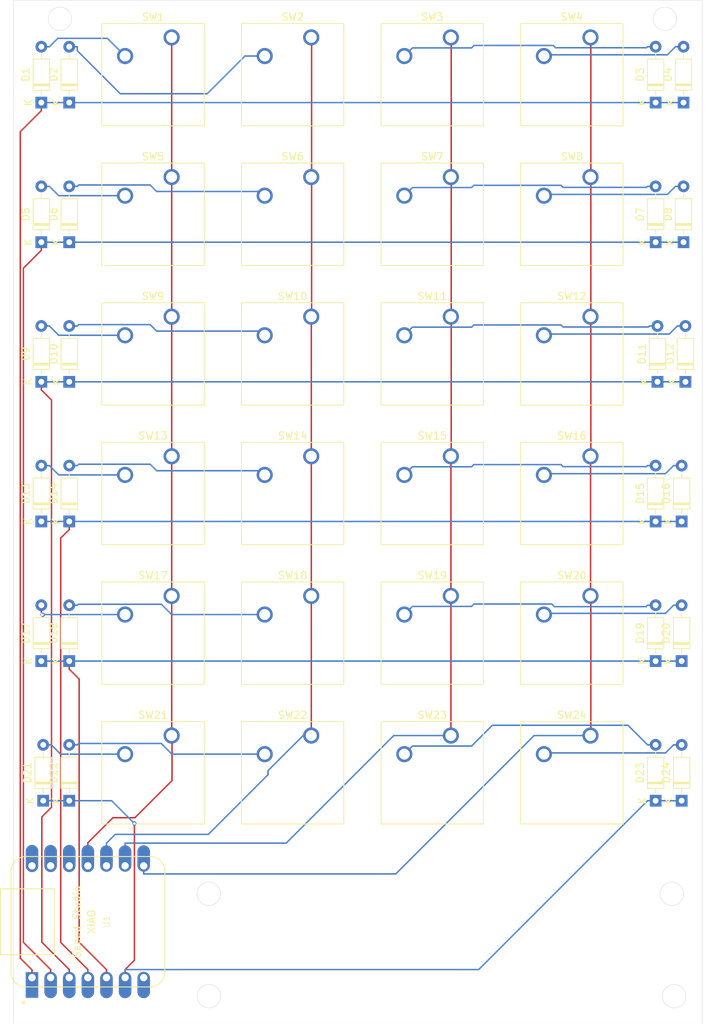
<source format=kicad_pcb>
(kicad_pcb (version 20240108) (generator "pcbnew") (generator_version "8.0")
  (layers (0 "F.Cu" signal) (31 "B.Cu" signal) (34 "B.Paste" user) (35 "F.Paste" user) (36 "B.SilkS" user "B.Silkscreen") (37 "F.SilkS" user "F.Silkscreen") (38 "B.Mask" user) (39 "F.Mask" user) (44 "Edge.Cuts" user))
  (net 0 "")
  (net 1 "Net-(D1-K)")
  (net 2 "Net-(D1-A)")
  (net 3 "Net-(D2-A)")
  (net 4 "Net-(D3-A)")
  (net 5 "Net-(D4-A)")
  (net 6 "Net-(D5-A)")
  (net 7 "Net-(D5-K)")
  (net 8 "Net-(D6-A)")
  (net 9 "Net-(D7-A)")
  (net 10 "Net-(D8-A)")
  (net 11 "Net-(D9-A)")
  (net 12 "Net-(D10-K)")
  (net 13 "Net-(D10-A)")
  (net 14 "Net-(D11-A)")
  (net 15 "Net-(D12-A)")
  (net 16 "Net-(D13-K)")
  (net 17 "Net-(D13-A)")
  (net 18 "Net-(D14-A)")
  (net 19 "Net-(D15-A)")
  (net 20 "Net-(D16-A)")
  (net 21 "Net-(D17-A)")
  (net 22 "Net-(D17-K)")
  (net 23 "Net-(D18-A)")
  (net 24 "Net-(D19-A)")
  (net 25 "Net-(D20-A)")
  (net 26 "Net-(D21-K)")
  (net 27 "Net-(D21-A)")
  (net 28 "Net-(D22-A)")
  (net 29 "Net-(D23-A)")
  (net 30 "Net-(D24-A)")
  (net 31 "Net-(U1-PA6_A10_D10_MOSI)")
  (net 32 "Net-(U1-PA5_A9_D9_MISO)")
  (net 33 "Net-(U1-PA7_A8_D8_SCK)")
  (net 34 "Net-(U1-PB09_A7_D7_RX)")
  (net 36 "GND")
  (footprint "Button_Switch_Keyboard:SW_Cherry_MX_1.00u_PCB" (layer "F.Cu") (at 185.42 66.04)
    (property "Reference" "SW12")
    (property "Value" "SW_Push")
  )
  (footprint "Button_Switch_Keyboard:SW_Cherry_MX_1.00u_PCB" (layer "F.Cu") (at 185.42 46.99)
    (property "Reference" "SW8")
    (property "Value" "SW_Push")
  )
  (footprint "Diode_THT:D_DO-35_SOD27_P7.62mm_Horizontal" (layer "F.Cu") (at 194.31 93.98 90)
    (property "Reference" "D15")
    (property "Value" "1N4148")
  )
  (footprint "Button_Switch_Keyboard:SW_Cherry_MX_1.00u_PCB" (layer "F.Cu") (at 147.32 104.14)
    (property "Reference" "SW18")
    (property "Value" "SW_Push")
  )
  (footprint "Diode_THT:D_DO-35_SOD27_P7.62mm_Horizontal" (layer "F.Cu") (at 114.3 93.98 90)
    (property "Reference" "D14")
    (property "Value" "1N4148")
  )
  (footprint "Diode_THT:D_DO-35_SOD27_P7.62mm_Horizontal" (layer "F.Cu") (at 114.3 132.08 90)
    (property "Reference" "D22")
    (property "Value" "1N4148")
  )
  (footprint "Diode_THT:D_DO-35_SOD27_P7.62mm_Horizontal" (layer "F.Cu") (at 114.3 55.88 90)
    (property "Reference" "D6")
    (property "Value" "1N4148")
  )
  (footprint "Button_Switch_Keyboard:SW_Cherry_MX_1.00u_PCB" (layer "F.Cu") (at 128.27 66.04)
    (property "Reference" "SW9")
    (property "Value" "SW_Push")
  )
  (footprint "Button_Switch_Keyboard:SW_Cherry_MX_1.00u_PCB" (layer "F.Cu") (at 147.32 123.19)
    (property "Reference" "SW22")
    (property "Value" "SW_Push")
  )
  (footprint "Button_Switch_Keyboard:SW_Cherry_MX_1.00u_PCB" (layer "F.Cu") (at 128.27 46.99)
    (property "Reference" "SW5")
    (property "Value" "SW_Push")
  )
  (footprint "Diode_THT:D_DO-35_SOD27_P7.62mm_Horizontal" (layer "F.Cu") (at 194.31 55.88 90)
    (property "Reference" "D7")
    (property "Value" "1N4148")
  )
  (footprint "Button_Switch_Keyboard:SW_Cherry_MX_1.00u_PCB" (layer "F.Cu") (at 185.42 27.94)
    (property "Reference" "SW4")
    (property "Value" "SW_Push")
  )
  (footprint "Diode_THT:D_DO-35_SOD27_P7.62mm_Horizontal" (layer "F.Cu") (at 114.3 74.93 90)
    (property "Reference" "D10")
    (property "Value" "1N4148")
  )
  (footprint "Button_Switch_Keyboard:SW_Cherry_MX_1.00u_PCB" (layer "F.Cu") (at 166.37 123.19)
    (property "Reference" "SW23")
    (property "Value" "SW_Push")
  )
  (footprint "Button_Switch_Keyboard:SW_Cherry_MX_1.00u_PCB" (layer "F.Cu") (at 166.37 66.04)
    (property "Reference" "SW11")
    (property "Value" "SW_Push")
  )
  (footprint "Button_Switch_Keyboard:SW_Cherry_MX_1.00u_PCB" (layer "F.Cu") (at 166.37 85.09)
    (property "Reference" "SW15")
    (property "Value" "SW_Push")
  )
  (footprint "Diode_THT:D_DO-35_SOD27_P7.62mm_Horizontal" (layer "F.Cu") (at 110.49 113.03 90)
    (property "Reference" "D17")
    (property "Value" "1N4148")
  )
  (footprint "Button_Switch_Keyboard:SW_Cherry_MX_1.00u_PCB" (layer "F.Cu") (at 147.32 46.99)
    (property "Reference" "SW6")
    (property "Value" "SW_Push")
  )
  (footprint "Diode_THT:D_DO-35_SOD27_P7.62mm_Horizontal" (layer "F.Cu") (at 197.86 113.03 90)
    (property "Reference" "D20")
    (property "Value" "1N4148")
  )
  (footprint "Button_Switch_Keyboard:SW_Cherry_MX_1.00u_PCB" (layer "F.Cu") (at 185.42 85.09)
    (property "Reference" "SW16")
    (property "Value" "SW_Push")
  )
  (footprint "Diode_THT:D_DO-35_SOD27_P7.62mm_Horizontal" (layer "F.Cu") (at 198.12 55.88 90)
    (property "Reference" "D8")
    (property "Value" "1N4148")
  )
  (footprint "Diode_THT:D_DO-35_SOD27_P7.62mm_Horizontal" (layer "F.Cu") (at 110.49 55.88 90)
    (property "Reference" "D5")
    (property "Value" "1N4148")
  )
  (footprint "Diode_THT:D_DO-35_SOD27_P7.62mm_Horizontal" (layer "F.Cu") (at 194.5661 74.93 90)
    (property "Reference" "D11")
    (property "Value" "1N4148")
  )
  (footprint "Button_Switch_Keyboard:SW_Cherry_MX_1.00u_PCB" (layer "F.Cu") (at 185.42 123.19)
    (property "Reference" "SW24")
    (property "Value" "SW_Push")
  )
  (footprint "Diode_THT:D_DO-35_SOD27_P7.62mm_Horizontal" (layer "F.Cu") (at 197.86 132.08 90)
    (property "Reference" "D24")
    (property "Value" "1N4148")
  )
  (footprint "Button_Switch_Keyboard:SW_Cherry_MX_1.00u_PCB" (layer "F.Cu") (at 128.27 85.09)
    (property "Reference" "SW13")
    (property "Value" "SW_Push")
  )
  (footprint "Diode_THT:D_DO-35_SOD27_P7.62mm_Horizontal" (layer "F.Cu") (at 194.31 36.83 90)
    (property "Reference" "D3")
    (property "Value" "1N4148")
  )
  (footprint "Diode_THT:D_DO-35_SOD27_P7.62mm_Horizontal" (layer "F.Cu") (at 198.12 36.83 90)
    (property "Reference" "D4")
    (property "Value" "1N4148")
  )
  (footprint "Button_Switch_Keyboard:SW_Cherry_MX_1.00u_PCB" (layer "F.Cu") (at 185.42 104.14)
    (property "Reference" "SW20")
    (property "Value" "SW_Push")
  )
  (footprint "Button_Switch_Keyboard:SW_Cherry_MX_1.00u_PCB" (layer "F.Cu") (at 147.32 66.04)
    (property "Reference" "SW10")
    (property "Value" "SW_Push")
  )
  (footprint "Diode_THT:D_DO-35_SOD27_P7.62mm_Horizontal" (layer "F.Cu") (at 110.49 36.83 90)
    (property "Reference" "D1")
    (property "Value" "1N4148")
  )
  (footprint "Diode_THT:D_DO-35_SOD27_P7.62mm_Horizontal" (layer "F.Cu") (at 110.75 132.08 90)
    (property "Reference" "D21")
    (property "Value" "1N4148")
  )
  (footprint "Button_Switch_Keyboard:SW_Cherry_MX_1.00u_PCB" (layer "F.Cu") (at 166.37 46.99)
    (property "Reference" "SW7")
    (property "Value" "SW_Push")
  )
  (footprint "Diode_THT:D_DO-35_SOD27_P7.62mm_Horizontal" (layer "F.Cu") (at 198.3761 74.93 90)
    (property "Reference" "D12")
    (property "Value" "1N4148")
  )
  (footprint "Button_Switch_Keyboard:SW_Cherry_MX_1.00u_PCB" (layer "F.Cu") (at 147.32 27.94)
    (property "Reference" "SW2")
    (property "Value" "SW_Push")
  )
  (footprint "Button_Switch_Keyboard:SW_Cherry_MX_1.00u_PCB" (layer "F.Cu") (at 128.27 123.19)
    (property "Reference" "SW21")
    (property "Value" "SW_Push")
  )
  (footprint "Diode_THT:D_DO-35_SOD27_P7.62mm_Horizontal" (layer "F.Cu") (at 114.3 113.03 90)
    (property "Reference" "D18")
    (property "Value" "1N4148")
  )
  (footprint "Diode_THT:D_DO-35_SOD27_P7.62mm_Horizontal" (layer "F.Cu") (at 114.3 36.83 90)
    (property "Reference" "D2")
    (property "Value" "1N4148")
  )
  (footprint "footprints:XIAO-Generic-Hybrid-14P-2.54-21X17.8MM" (layer "F.Cu") (at 116.84 148.595 90)
    (property "Reference" "U1")
    (property "Value" "XIAO" (hide yes))
  )
  (footprint "Button_Switch_Keyboard:SW_Cherry_MX_1.00u_PCB" (layer "F.Cu") (at 128.27 27.94)
    (property "Reference" "SW1")
    (property "Value" "SW_Push")
  )
  (footprint "Diode_THT:D_DO-35_SOD27_P7.62mm_Horizontal" (layer "F.Cu") (at 110.49 74.93 90)
    (property "Reference" "D9")
    (property "Value" "1N4148")
  )
  (footprint "Diode_THT:D_DO-35_SOD27_P7.62mm_Horizontal" (layer "F.Cu") (at 194.31 113.03 90)
    (property "Reference" "D19")
    (property "Value" "1N4148")
  )
  (footprint "Button_Switch_Keyboard:SW_Cherry_MX_1.00u_PCB" (layer "F.Cu") (at 147.32 85.09)
    (property "Reference" "SW14")
    (property "Value" "SW_Push")
  )
  (footprint "Button_Switch_Keyboard:SW_Cherry_MX_1.00u_PCB" (layer "F.Cu") (at 128.27 104.14)
    (property "Reference" "SW17")
    (property "Value" "SW_Push")
  )
  (footprint "Button_Switch_Keyboard:SW_Cherry_MX_1.00u_PCB" (layer "F.Cu") (at 166.37 27.94)
    (property "Reference" "SW3")
    (property "Value" "SW_Push")
  )
  (footprint "Diode_THT:D_DO-35_SOD27_P7.62mm_Horizontal" (layer "F.Cu") (at 197.86 93.98 90)
    (property "Reference" "D16")
    (property "Value" "1N4148")
  )
  (footprint "Diode_THT:D_DO-35_SOD27_P7.62mm_Horizontal" (layer "F.Cu") (at 110.49 93.98 90)
    (property "Reference" "D13")
    (property "Value" "1N4148")
  )
  (footprint "Button_Switch_Keyboard:SW_Cherry_MX_1.00u_PCB" (layer "F.Cu") (at 166.37 104.14)
    (property "Reference" "SW19")
    (property "Value" "SW_Push")
  )
  (footprint "Diode_THT:D_DO-35_SOD27_P7.62mm_Horizontal" (layer "F.Cu") (at 194.31 132.08 90)
    (property "Reference" "D23")
    (property "Value" "1N4148")
  )
  (gr_line (start 106.68 22.86) (end 200.66 22.86) (stroke (width 0.05)) (layer "Edge.Cuts"))
  (gr_line (start 106.68 162.56) (end 106.68 22.86) (stroke (width 0.05)) (layer "Edge.Cuts"))
  (gr_circle (center 196.85 158.75) (end 198.45 158.75) (stroke (width 0.05)) (fill none) (layer "Edge.Cuts"))
  (gr_circle (center 133.35 158.75) (end 134.95 158.75) (stroke (width 0.05)) (fill none) (layer "Edge.Cuts"))
  (gr_circle (center 195.58 25.4) (end 197.18 25.4) (stroke (width 0.05)) (fill none) (layer "Edge.Cuts"))
  (gr_circle (center 196.52 144.78) (end 198.12 144.78) (stroke (width 0.05)) (fill none) (layer "Edge.Cuts"))
  (gr_line (start 200.66 22.86) (end 200.66 162.56) (stroke (width 0.05)) (layer "Edge.Cuts"))
  (gr_circle (center 133.35 144.78) (end 134.95 144.78) (stroke (width 0.05)) (fill none) (layer "Edge.Cuts"))
  (gr_circle (center 113.03 25.4) (end 114.63 25.4) (stroke (width 0.05)) (fill none) (layer "Edge.Cuts"))
  (gr_line (start 106.68 162.56) (end 200.66 162.56) (stroke (width 0.05)) (layer "Edge.Cuts"))
  (segment (start 109.22 155.1683) (end 107.6206 153.5689) (width 0.2) (layer "F.Cu") (net 1))
  (segment (start 107.6206 153.5689) (end 107.6206 40.8011) (width 0.2) (layer "F.Cu") (net 1))
  (segment (start 109.22 156.22) (end 109.22 155.1683) (width 0.2) (layer "F.Cu") (net 1))
  (segment (start 107.6206 40.8011) (end 110.49 37.9317) (width 0.2) (layer "F.Cu") (net 1))
  (segment (start 110.49 36.83) (end 110.49 37.9317) (width 0.2) (layer "F.Cu") (net 1))
  (segment (start 114.3 36.83) (end 193.2083 36.83) (width 0.2) (layer "B.Cu") (net 1))
  (segment (start 194.31 36.83) (end 193.2083 36.83) (width 0.2) (layer "B.Cu") (net 1))
  (segment (start 198.12 36.83) (end 194.31 36.83) (width 0.2) (layer "B.Cu") (net 1))
  (segment (start 110.49 36.83) (end 114.3 36.83) (width 0.2) (layer "B.Cu") (net 1))
  (segment (start 112.7339 28.0678) (end 119.5078 28.0678) (width 0.2) (layer "B.Cu") (net 2))
  (segment (start 119.5078 28.0678) (end 121.92 30.48) (width 0.2) (layer "B.Cu") (net 2))
  (segment (start 110.49 29.21) (end 111.5917 29.21) (width 0.2) (layer "B.Cu") (net 2))
  (segment (start 111.5917 29.21) (end 112.7339 28.0678) (width 0.2) (layer "B.Cu") (net 2))
  (segment (start 133.1272 35.6215) (end 138.2687 30.48) (width 0.2) (layer "B.Cu") (net 3))
  (segment (start 115.4017 29.7609) (end 121.2623 35.6215) (width 0.2) (layer "B.Cu") (net 3))
  (segment (start 114.3 29.21) (end 115.4017 29.21) (width 0.2) (layer "B.Cu") (net 3))
  (segment (start 121.2623 35.6215) (end 133.1272 35.6215) (width 0.2) (layer "B.Cu") (net 3))
  (segment (start 138.2687 30.48) (end 140.97 30.48) (width 0.2) (layer "B.Cu") (net 3))
  (segment (start 115.4017 29.21) (end 115.4017 29.7609) (width 0.2) (layer "B.Cu") (net 3))
  (segment (start 194.31 29.21) (end 193.2083 29.21) (width 0.2) (layer "B.Cu") (net 4))
  (segment (start 180.66 29.3493) (end 180.3482 29.0375) (width 0.2) (layer "B.Cu") (net 4))
  (segment (start 193.2083 29.21) (end 193.069 29.3493) (width 0.2) (layer "B.Cu") (net 4))
  (segment (start 161.1283 29.3717) (end 160.02 30.48) (width 0.2) (layer "B.Cu") (net 4))
  (segment (start 169.198 29.3717) (end 161.1283 29.3717) (width 0.2) (layer "B.Cu") (net 4))
  (segment (start 169.5322 29.0375) (end 169.198 29.3717) (width 0.2) (layer "B.Cu") (net 4))
  (segment (start 193.069 29.3493) (end 180.66 29.3493) (width 0.2) (layer "B.Cu") (net 4))
  (segment (start 180.3482 29.0375) (end 169.5322 29.0375) (width 0.2) (layer "B.Cu") (net 4))
  (segment (start 195.9166 30.3117) (end 179.2383 30.3117) (width 0.2) (layer "B.Cu") (net 5))
  (segment (start 179.2383 30.3117) (end 179.07 30.48) (width 0.2) (layer "B.Cu") (net 5))
  (segment (start 197.0183 29.21) (end 195.9166 30.3117) (width 0.2) (layer "B.Cu") (net 5))
  (segment (start 198.12 29.21) (end 197.0183 29.21) (width 0.2) (layer "B.Cu") (net 5))
  (segment (start 110.49 48.26) (end 111.5917 48.26) (width 0.2) (layer "B.Cu") (net 6))
  (segment (start 121.92 49.53) (end 112.8617 49.53) (width 0.2) (layer "B.Cu") (net 6))
  (segment (start 112.8617 49.53) (end 111.5917 48.26) (width 0.2) (layer "B.Cu") (net 6))
  (segment (start 110.49 55.88) (end 110.49 56.9817) (width 0.2) (layer "F.Cu") (net 7))
  (segment (start 108.0485 151.4068) (end 108.0485 59.4232) (width 0.2) (layer "F.Cu") (net 7))
  (segment (start 111.76 156.22) (end 111.76 155.1183) (width 0.2) (layer "F.Cu") (net 7))
  (segment (start 111.76 155.1183) (end 108.0485 151.4068) (width 0.2) (layer "F.Cu") (net 7))
  (segment (start 108.0485 59.4232) (end 110.49 56.9817) (width 0.2) (layer "F.Cu") (net 7))
  (segment (start 198.12 55.88) (end 194.31 55.88) (width 0.2) (layer "B.Cu") (net 7))
  (segment (start 110.49 55.88) (end 114.3 55.88) (width 0.2) (layer "B.Cu") (net 7))
  (segment (start 114.3 55.88) (end 115.4017 55.88) (width 0.2) (layer "B.Cu") (net 7))
  (segment (start 194.31 55.88) (end 115.4017 55.88) (width 0.2) (layer "B.Cu") (net 7))
  (segment (start 140.4 48.96) (end 140.97 49.53) (width 0.2) (layer "B.Cu") (net 8))
  (segment (start 126.2265 48.96) (end 140.4 48.96) (width 0.2) (layer "B.Cu") (net 8))
  (segment (start 115.5889 48.0728) (end 125.3393 48.0728) (width 0.2) (layer "B.Cu") (net 8))
  (segment (start 125.3393 48.0728) (end 126.2265 48.96) (width 0.2) (layer "B.Cu") (net 8))
  (segment (start 114.3 48.26) (end 115.4017 48.26) (width 0.2) (layer "B.Cu") (net 8))
  (segment (start 115.4017 48.26) (end 115.5889 48.0728) (width 0.2) (layer "B.Cu") (net 8))
  (segment (start 194.31 48.26) (end 193.2083 48.26) (width 0.2) (layer "B.Cu") (net 9))
  (segment (start 169.4983 48.1214) (end 169.198 48.4217) (width 0.2) (layer "B.Cu") (net 9))
  (segment (start 193.2083 48.26) (end 193.069 48.3993) (width 0.2) (layer "B.Cu") (net 9))
  (segment (start 193.069 48.3993) (end 181.6798 48.3993) (width 0.2) (layer "B.Cu") (net 9))
  (segment (start 161.1283 48.4217) (end 160.02 49.53) (width 0.2) (layer "B.Cu") (net 9))
  (segment (start 169.198 48.4217) (end 161.1283 48.4217) (width 0.2) (layer "B.Cu") (net 9))
  (segment (start 181.4019 48.1214) (end 169.4983 48.1214) (width 0.2) (layer "B.Cu") (net 9))
  (segment (start 181.6798 48.3993) (end 181.4019 48.1214) (width 0.2) (layer "B.Cu") (net 9))
  (segment (start 195.9166 49.3617) (end 179.2383 49.3617) (width 0.2) (layer "B.Cu") (net 10))
  (segment (start 197.0183 48.26) (end 195.9166 49.3617) (width 0.2) (layer "B.Cu") (net 10))
  (segment (start 179.2383 49.3617) (end 179.07 49.53) (width 0.2) (layer "B.Cu") (net 10))
  (segment (start 198.12 48.26) (end 197.0183 48.26) (width 0.2) (layer "B.Cu") (net 10))
  (segment (start 112.8617 68.58) (end 111.5917 67.31) (width 0.2) (layer "B.Cu") (net 11))
  (segment (start 110.49 67.31) (end 111.5917 67.31) (width 0.2) (layer "B.Cu") (net 11))
  (segment (start 121.92 68.58) (end 112.8617 68.58) (width 0.2) (layer "B.Cu") (net 11))
  (segment (start 110.5625 151.3808) (end 110.5625 134.2942) (width 0.2) (layer "F.Cu") (net 12))
  (segment (start 111.8796 132.9771) (end 111.8796 77.4213) (width 0.2) (layer "F.Cu") (net 12))
  (segment (start 114.3 155.1183) (end 110.5625 151.3808) (width 0.2) (layer "F.Cu") (net 12))
  (segment (start 110.49 74.93) (end 110.49 76.0317) (width 0.2) (layer "F.Cu") (net 12))
  (segment (start 110.5625 134.2942) (end 111.8796 132.9771) (width 0.2) (layer "F.Cu") (net 12))
  (segment (start 111.8796 77.4213) (end 110.49 76.0317) (width 0.2) (layer "F.Cu") (net 12))
  (segment (start 114.3 156.22) (end 114.3 155.1183) (width 0.2) (layer "F.Cu") (net 12))
  (segment (start 198.3761 74.93) (end 194.5661 74.93) (width 0.2) (layer "B.Cu") (net 12))
  (segment (start 114.3 74.93) (end 115.4017 74.93) (width 0.2) (layer "B.Cu") (net 12))
  (segment (start 194.5661 74.93) (end 115.4017 74.93) (width 0.2) (layer "B.Cu") (net 12))
  (segment (start 110.49 74.93) (end 114.3 74.93) (width 0.2) (layer "B.Cu") (net 12))
  (segment (start 126.2265 68.01) (end 140.4 68.01) (width 0.2) (layer "B.Cu") (net 13))
  (segment (start 125.3393 67.1228) (end 126.2265 68.01) (width 0.2) (layer "B.Cu") (net 13))
  (segment (start 140.4 68.01) (end 140.97 68.58) (width 0.2) (layer "B.Cu") (net 13))
  (segment (start 115.5889 67.1228) (end 125.3393 67.1228) (width 0.2) (layer "B.Cu") (net 13))
  (segment (start 114.3 67.31) (end 115.4017 67.31) (width 0.2) (layer "B.Cu") (net 13))
  (segment (start 115.4017 67.31) (end 115.5889 67.1228) (width 0.2) (layer "B.Cu") (net 13))
  (segment (start 181.6798 67.4493) (end 181.4019 67.1714) (width 0.2) (layer "B.Cu") (net 14))
  (segment (start 169.4983 67.1714) (end 169.198 67.4717) (width 0.2) (layer "B.Cu") (net 14))
  (segment (start 194.5661 67.31) (end 193.4644 67.31) (width 0.2) (layer "B.Cu") (net 14))
  (segment (start 193.4644 67.31) (end 193.3251 67.4493) (width 0.2) (layer "B.Cu") (net 14))
  (segment (start 161.1283 67.4717) (end 160.02 68.58) (width 0.2) (layer "B.Cu") (net 14))
  (segment (start 181.4019 67.1714) (end 169.4983 67.1714) (width 0.2) (layer "B.Cu") (net 14))
  (segment (start 193.3251 67.4493) (end 181.6798 67.4493) (width 0.2) (layer "B.Cu") (net 14))
  (segment (start 169.198 67.4717) (end 161.1283 67.4717) (width 0.2) (layer "B.Cu") (net 14))
  (segment (start 196.1727 68.4117) (end 179.2383 68.4117) (width 0.2) (layer "B.Cu") (net 15))
  (segment (start 198.3761 67.31) (end 197.2744 67.31) (width 0.2) (layer "B.Cu") (net 15))
  (segment (start 197.2744 67.31) (end 196.1727 68.4117) (width 0.2) (layer "B.Cu") (net 15))
  (segment (start 179.2383 68.4117) (end 179.07 68.58) (width 0.2) (layer "B.Cu") (net 15))
  (segment (start 114.3 93.98) (end 114.3 95.0817) (width 0.2) (layer "F.Cu") (net 16))
  (segment (start 113.1345 151.4128) (end 113.1345 96.2472) (width 0.2) (layer "F.Cu") (net 16))
  (segment (start 116.84 156.22) (end 116.84 155.1183) (width 0.2) (layer "F.Cu") (net 16))
  (segment (start 116.84 155.1183) (end 113.1345 151.4128) (width 0.2) (layer "F.Cu") (net 16))
  (segment (start 113.1345 96.2472) (end 114.3 95.0817) (width 0.2) (layer "F.Cu") (net 16))
  (segment (start 197.86 93.98) (end 194.31 93.98) (width 0.2) (layer "B.Cu") (net 16))
  (segment (start 114.3 93.98) (end 193.2083 93.98) (width 0.2) (layer "B.Cu") (net 16))
  (segment (start 194.31 93.98) (end 193.2083 93.98) (width 0.2) (layer "B.Cu") (net 16))
  (segment (start 110.49 93.98) (end 114.3 93.98) (width 0.2) (layer "B.Cu") (net 16))
  (segment (start 110.49 86.36) (end 111.5917 86.36) (width 0.2) (layer "B.Cu") (net 17))
  (segment (start 121.92 87.63) (end 112.8617 87.63) (width 0.2) (layer "B.Cu") (net 17))
  (segment (start 112.8617 87.63) (end 111.5917 86.36) (width 0.2) (layer "B.Cu") (net 17))
  (segment (start 114.3 86.36) (end 115.4017 86.36) (width 0.2) (layer "B.Cu") (net 18))
  (segment (start 126.2265 87.06) (end 140.4 87.06) (width 0.2) (layer "B.Cu") (net 18))
  (segment (start 115.4017 86.36) (end 115.5889 86.1728) (width 0.2) (layer "B.Cu") (net 18))
  (segment (start 140.4 87.06) (end 140.97 87.63) (width 0.2) (layer "B.Cu") (net 18))
  (segment (start 115.5889 86.1728) (end 125.3393 86.1728) (width 0.2) (layer "B.Cu") (net 18))
  (segment (start 125.3393 86.1728) (end 126.2265 87.06) (width 0.2) (layer "B.Cu") (net 18))
  (segment (start 161.1283 86.5217) (end 160.02 87.63) (width 0.2) (layer "B.Cu") (net 19))
  (segment (start 181.6798 86.4993) (end 181.4019 86.2214) (width 0.2) (layer "B.Cu") (net 19))
  (segment (start 169.198 86.5217) (end 161.1283 86.5217) (width 0.2) (layer "B.Cu") (net 19))
  (segment (start 194.31 86.36) (end 193.2083 86.36) (width 0.2) (layer "B.Cu") (net 19))
  (segment (start 193.069 86.4993) (end 181.6798 86.4993) (width 0.2) (layer "B.Cu") (net 19))
  (segment (start 169.4983 86.2214) (end 169.198 86.5217) (width 0.2) (layer "B.Cu") (net 19))
  (segment (start 193.2083 86.36) (end 193.069 86.4993) (width 0.2) (layer "B.Cu") (net 19))
  (segment (start 181.4019 86.2214) (end 169.4983 86.2214) (width 0.2) (layer "B.Cu") (net 19))
  (segment (start 197.86 86.36) (end 196.7583 86.36) (width 0.2) (layer "B.Cu") (net 20))
  (segment (start 179.2383 87.4617) (end 179.07 87.63) (width 0.2) (layer "B.Cu") (net 20))
  (segment (start 196.7583 86.36) (end 195.6566 87.4617) (width 0.2) (layer "B.Cu") (net 20))
  (segment (start 195.6566 87.4617) (end 179.2383 87.4617) (width 0.2) (layer "B.Cu") (net 20))
  (segment (start 110.49 106.5117) (end 110.6729 106.6946) (width 0.2) (layer "F.Cu") (net 21))
  (segment (start 110.49 105.41) (end 110.49 106.5117) (width 0.2) (layer "F.Cu") (net 21))
  (segment (start 110.6729 106.6946) (end 110.6729 106.7124) (width 0.2) (layer "F.Cu") (net 21))
  (via (at 110.6729 106.7124) (size 0.6) (drill 0.3) (layers "F.Cu" "B.Cu") (net 21))
  (segment (start 121.92 106.68) (end 110.7053 106.68) (width 0.2) (layer "B.Cu") (net 21))
  (segment (start 110.7053 106.68) (end 110.6729 106.7124) (width 0.2) (layer "B.Cu") (net 21))
  (segment (start 119.38 156.22) (end 119.38 155.1183) (width 0.2) (layer "F.Cu") (net 22))
  (segment (start 119.38 155.1183) (end 115.6559 151.3942) (width 0.2) (layer "F.Cu") (net 22))
  (segment (start 114.3 113.03) (end 114.3 114.1317) (width 0.2) (layer "F.Cu") (net 22))
  (segment (start 115.6559 151.3942) (end 115.6559 115.4876) (width 0.2) (layer "F.Cu") (net 22))
  (segment (start 115.6559 115.4876) (end 114.3 114.1317) (width 0.2) (layer "F.Cu") (net 22))
  (segment (start 197.86 113.03) (end 194.31 113.03) (width 0.2) (layer "B.Cu") (net 22))
  (segment (start 194.31 113.03) (end 114.3 113.03) (width 0.2) (layer "B.Cu") (net 22))
  (segment (start 114.3 113.03) (end 110.49 113.03) (width 0.2) (layer "B.Cu") (net 22))
  (segment (start 128.27 106.68) (end 126.8683 105.2783) (width 0.2) (layer "B.Cu") (net 23))
  (segment (start 126.8683 105.2783) (end 115.5334 105.2783) (width 0.2) (layer "B.Cu") (net 23))
  (segment (start 115.5334 105.2783) (end 115.4017 105.41) (width 0.2) (layer "B.Cu") (net 23))
  (segment (start 140.97 106.68) (end 128.27 106.68) (width 0.2) (layer "B.Cu") (net 23))
  (segment (start 114.3 105.41) (end 115.4017 105.41) (width 0.2) (layer "B.Cu") (net 23))
  (segment (start 169.198 105.5717) (end 161.1283 105.5717) (width 0.2) (layer "B.Cu") (net 24))
  (segment (start 169.5239 105.2458) (end 169.198 105.5717) (width 0.2) (layer "B.Cu") (net 24))
  (segment (start 180.1409 105.2458) (end 169.5239 105.2458) (width 0.2) (layer "B.Cu") (net 24))
  (segment (start 161.1283 105.5717) (end 160.02 106.68) (width 0.2) (layer "B.Cu") (net 24))
  (segment (start 193.2083 105.41) (end 193.0136 105.6047) (width 0.2) (layer "B.Cu") (net 24))
  (segment (start 180.4998 105.6047) (end 180.1409 105.2458) (width 0.2) (layer "B.Cu") (net 24))
  (segment (start 193.0136 105.6047) (end 180.4998 105.6047) (width 0.2) (layer "B.Cu") (net 24))
  (segment (start 194.31 105.41) (end 193.2083 105.41) (width 0.2) (layer "B.Cu") (net 24))
  (segment (start 197.86 105.41) (end 196.7583 105.41) (width 0.2) (layer "B.Cu") (net 25))
  (segment (start 195.6478 106.5205) (end 196.7583 105.41) (width 0.2) (layer "B.Cu") (net 25))
  (segment (start 179.07 106.68) (end 179.2295 106.5205) (width 0.2) (layer "B.Cu") (net 25))
  (segment (start 179.2295 106.5205) (end 195.6478 106.5205) (width 0.2) (layer "B.Cu") (net 25))
  (segment (start 121.92 155.1183) (end 123.19 153.8483) (width 0.2) (layer "F.Cu") (net 26))
  (segment (start 121.92 156.22) (end 121.92 155.1183) (width 0.2) (layer "F.Cu") (net 26))
  (segment (start 123.19 153.8483) (end 123.19 135.1874) (width 0.2) (layer "F.Cu") (net 26))
  (via (at 123.19 135.1874) (size 0.6) (drill 0.3) (layers "F.Cu" "B.Cu") (net 26))
  (segment (start 194.31 132.08) (end 193.2083 132.08) (width 0.2) (layer "B.Cu") (net 26))
  (segment (start 120.0826 132.08) (end 123.19 135.1874) (width 0.2) (layer "B.Cu") (net 26))
  (segment (start 170.17 155.1183) (end 121.92 155.1183) (width 0.2) (layer "B.Cu") (net 26))
  (segment (start 110.75 132.08) (end 114.3 132.08) (width 0.2) (layer "B.Cu") (net 26))
  (segment (start 114.3 132.08) (end 120.0826 132.08) (width 0.2) (layer "B.Cu") (net 26))
  (segment (start 194.31 132.08) (end 197.86 132.08) (width 0.2) (layer "B.Cu") (net 26))
  (segment (start 193.2083 132.08) (end 170.17 155.1183) (width 0.2) (layer "B.Cu") (net 26))
  (segment (start 121.92 156.22) (end 121.92 155.1183) (width 0.2) (layer "B.Cu") (net 26))
  (segment (start 121.92 125.73) (end 113.1217 125.73) (width 0.2) (layer "B.Cu") (net 27))
  (segment (start 113.1217 125.73) (end 111.8517 124.46) (width 0.2) (layer "B.Cu") (net 27))
  (segment (start 110.75 124.46) (end 111.8517 124.46) (width 0.2) (layer "B.Cu") (net 27))
  (segment (start 115.4017 124.46) (end 115.5889 124.2728) (width 0.2) (layer "B.Cu") (net 28))
  (segment (start 126.8532 124.2728) (end 128.3104 125.73) (width 0.2) (layer "B.Cu") (net 28))
  (segment (start 115.5889 124.2728) (end 126.8532 124.2728) (width 0.2) (layer "B.Cu") (net 28))
  (segment (start 128.3104 125.73) (end 140.97 125.73) (width 0.2) (layer "B.Cu") (net 28))
  (segment (start 114.3 124.46) (end 115.4017 124.46) (width 0.2) (layer "B.Cu") (net 28))
  (segment (start 161.1283 124.6217) (end 160.02 125.73) (width 0.2) (layer "B.Cu") (net 29))
  (segment (start 169.198 124.6217) (end 161.1283 124.6217) (width 0.2) (layer "B.Cu") (net 29))
  (segment (start 172.0314 121.7883) (end 169.198 124.6217) (width 0.2) (layer "B.Cu") (net 29))
  (segment (start 194.31 124.46) (end 193.2083 124.46) (width 0.2) (layer "B.Cu") (net 29))
  (segment (start 190.5366 121.7883) (end 172.0314 121.7883) (width 0.2) (layer "B.Cu") (net 29))
  (segment (start 193.2083 124.46) (end 190.5366 121.7883) (width 0.2) (layer "B.Cu") (net 29))
  (segment (start 195.6566 125.5617) (end 179.2383 125.5617) (width 0.2) (layer "B.Cu") (net 30))
  (segment (start 197.86 124.46) (end 196.7583 124.46) (width 0.2) (layer "B.Cu") (net 30))
  (segment (start 179.2383 125.5617) (end 179.07 125.73) (width 0.2) (layer "B.Cu") (net 30))
  (segment (start 196.7583 124.46) (end 195.6566 125.5617) (width 0.2) (layer "B.Cu") (net 30))
  (segment (start 128.2817 85.1017) (end 128.27 85.09) (width 0.2) (layer "F.Cu") (net 31))
  (segment (start 128.2817 123.1783) (end 128.27 123.19) (width 0.2) (layer "F.Cu") (net 31))
  (segment (start 128.2817 64.7993) (end 128.2817 85.0783) (width 0.2) (layer "F.Cu") (net 31))
  (segment (start 128.2817 64.7993) (end 128.2817 66.0283) (width 0.2) (layer "F.Cu") (net 31))
  (segment (start 128.27 104.14) (end 128.2817 104.1517) (width 0.2) (layer "F.Cu") (net 31))
  (segment (start 128.27 104.14) (end 128.2817 104.1283) (width 0.2) (layer "F.Cu") (net 31))
  (segment (start 128.3254 123.2454) (end 128.3254 129.3331) (width 0.2) (layer "F.Cu") (net 31))
  (segment (start 128.2817 66.0283) (end 128.27 66.04) (width 0.2) (layer "F.Cu") (net 31))
  (segment (start 116.84 140.97) (end 116.84 137.8183) (width 0.2) (layer "F.Cu") (net 31))
  (segment (start 123.2558 134.4027) (end 120.2556 134.4027) (width 0.2) (layer "F.Cu") (net 31))
  (segment (start 128.27 27.94) (end 128.2817 27.9517) (width 0.2) (layer "F.Cu") (net 31))
  (segment (start 128.27 123.19) (end 128.3254 123.2454) (width 0.2) (layer "F.Cu") (net 31))
  (segment (start 128.3254 129.3331) (end 123.2558 134.4027) (width 0.2) (layer "F.Cu") (net 31))
  (segment (start 120.2556 134.4027) (end 116.84 137.8183) (width 0.2) (layer "F.Cu") (net 31))
  (segment (start 128.2817 104.1283) (end 128.2817 85.1017) (width 0.2) (layer "F.Cu") (net 31))
  (segment (start 128.2817 46.9783) (end 128.27 46.99) (width 0.2) (layer "F.Cu") (net 31))
  (segment (start 128.27 46.99) (end 128.2817 47.0017) (width 0.2) (layer "F.Cu") (net 31))
  (segment (start 128.2817 47.0017) (end 128.2817 64.7993) (width 0.2) (layer "F.Cu") (net 31))
  (segment (start 128.2817 85.0783) (end 128.27 85.09) (width 0.2) (layer "F.Cu") (net 31))
  (segment (start 128.2817 104.1517) (end 128.2817 123.1783) (width 0.2) (layer "F.Cu") (net 31))
  (segment (start 128.2817 27.9517) (end 128.2817 46.9783) (width 0.2) (layer "F.Cu") (net 31))
  (segment (start 147.3317 85.0783) (end 147.3317 83.8493) (width 0.2) (layer "F.Cu") (net 32))
  (segment (start 147.3317 83.8493) (end 147.3317 104.1283) (width 0.2) (layer "F.Cu") (net 32))
  (segment (start 147.3317 123.1783) (end 147.3317 104.1517) (width 0.2) (layer "F.Cu") (net 32))
  (segment (start 147.32 123.19) (end 147.3317 123.1783) (width 0.2) (layer "F.Cu") (net 32))
  (segment (start 147.32 85.09) (end 147.3317 85.0783) (width 0.2) (layer "F.Cu") (net 32))
  (segment (start 147.3708 46.9392) (end 147.32 46.99) (width 0.2) (layer "F.Cu") (net 32))
  (segment (start 147.3317 83.8493) (end 147.3317 66.0517) (width 0.2) (layer "F.Cu") (net 32))
  (segment (start 147.3317 66.0517) (end 147.32 66.04) (width 0.2) (layer "F.Cu") (net 32))
  (segment (start 147.32 27.94) (end 147.3708 27.9908) (width 0.2) (layer "F.Cu") (net 32))
  (segment (start 147.3317 104.1283) (end 147.32 104.14) (width 0.2) (layer "F.Cu") (net 32))
  (segment (start 147.3317 104.1517) (end 147.32 104.14) (width 0.2) (layer "F.Cu") (net 32))
  (segment (start 147.3708 45.7686) (end 147.3708 46.9392) (width 0.2) (layer "F.Cu") (net 32))
  (segment (start 147.3708 27.9908) (end 147.3708 45.7686) (width 0.2) (layer "F.Cu") (net 32))
  (segment (start 147.3708 45.7686) (end 147.3708 65.9892) (width 0.2) (layer "F.Cu") (net 32))
  (segment (start 147.3708 65.9892) (end 147.32 66.04) (width 0.2) (layer "F.Cu") (net 32))
  (segment (start 146.2121 123.19) (end 141.4269 127.9752) (width 0.2) (layer "B.Cu") (net 32))
  (segment (start 141.4269 128.5313) (end 133.2831 136.6751) (width 0.2) (layer "B.Cu") (net 32))
  (segment (start 119.38 140.97) (end 119.38 137.8683) (width 0.2) (layer "B.Cu") (net 32))
  (segment (start 147.32 123.19) (end 146.2121 123.19) (width 0.2) (layer "B.Cu") (net 32))
  (segment (start 120.5732 136.6751) (end 119.38 137.8683) (width 0.2) (layer "B.Cu") (net 32))
  (segment (start 141.4269 127.9752) (end 141.4269 128.5313) (width 0.2) (layer "B.Cu") (net 32))
  (segment (start 133.2831 136.6751) (end 120.5732 136.6751) (width 0.2) (layer "B.Cu") (net 32))
  (segment (start 166.3817 104.1283) (end 166.37 104.14) (width 0.2) (layer "F.Cu") (net 33))
  (segment (start 166.3817 85.1017) (end 166.3817 104.1283) (width 0.2) (layer "F.Cu") (net 33))
  (segment (start 166.37 27.94) (end 166.4208 27.9908) (width 0.2) (layer "F.Cu") (net 33))
  (segment (start 166.4208 47.0408) (end 166.4208 64.8186) (width 0.2) (layer "F.Cu") (net 33))
  (segment (start 166.3817 123.1783) (end 166.37 123.19) (width 0.2) (layer "F.Cu") (net 33))
  (segment (start 166.4208 27.9908) (end 166.4208 46.9392) (width 0.2) (layer "F.Cu") (net 33))
  (segment (start 166.4208 46.9392) (end 166.37 46.99) (width 0.2) (layer "F.Cu") (net 33))
  (segment (start 166.4208 64.8186) (end 166.4208 65.9892) (width 0.2) (layer "F.Cu") (net 33))
  (segment (start 166.37 85.09) (end 166.3817 85.1017) (width 0.2) (layer "F.Cu") (net 33))
  (segment (start 166.4208 65.9892) (end 166.37 66.04) (width 0.2) (layer "F.Cu") (net 33))
  (segment (start 166.37 104.14) (end 166.3817 104.1517) (width 0.2) (layer "F.Cu") (net 33))
  (segment (start 166.37 46.99) (end 166.4208 47.0408) (width 0.2) (layer "F.Cu") (net 33))
  (segment (start 166.4208 85.0392) (end 166.37 85.09) (width 0.2) (layer "F.Cu") (net 33))
  (segment (start 166.4208 64.8186) (end 166.4208 85.0392) (width 0.2) (layer "F.Cu") (net 33))
  (segment (start 166.3817 104.1517) (end 166.3817 123.1783) (width 0.2) (layer "F.Cu") (net 33))
  (segment (start 166.37 123.19) (end 158.5805 123.19) (width 0.2) (layer "B.Cu") (net 33))
  (segment (start 121.92 140.97) (end 121.92 137.8683) (width 0.2) (layer "B.Cu") (net 33))
  (segment (start 143.9022 137.8683) (end 121.92 137.8683) (width 0.2) (layer "B.Cu") (net 33))
  (segment (start 158.5805 123.19) (end 143.9022 137.8683) (width 0.2) (layer "B.Cu") (net 33))
  (segment (start 185.4708 46.9392) (end 185.42 46.99) (width 0.2) (layer "F.Cu") (net 34))
  (segment (start 185.4708 85.0392) (end 185.42 85.09) (width 0.2) (layer "F.Cu") (net 34))
  (segment (start 185.4708 45.7686) (end 185.4708 46.9392) (width 0.2) (layer "F.Cu") (net 34))
  (segment (start 185.4708 64.8637) (end 185.4708 65.9892) (width 0.2) (layer "F.Cu") (net 34))
  (segment (start 185.4708 123.1392) (end 185.4708 104.1908) (width 0.2) (layer "F.Cu") (net 34))
  (segment (start 185.4708 64.8637) (end 185.4708 85.0392) (width 0.2) (layer "F.Cu") (net 34))
  (segment (start 185.42 27.94) (end 185.4708 27.9908) (width 0.2) (layer "F.Cu") (net 34))
  (segment (start 185.4708 65.9892) (end 185.42 66.04) (width 0.2) (layer "F.Cu") (net 34))
  (segment (start 185.42 104.14) (end 185.4317 104.1283) (width 0.2) (layer "F.Cu") (net 34))
  (segment (start 185.4708 27.9908) (end 185.4708 45.7686) (width 0.2) (layer "F.Cu") (net 34))
  (segment (start 185.4708 45.7686) (end 185.4708 64.8637) (width 0.2) (layer "F.Cu") (net 34))
  (segment (start 185.4317 85.1017) (end 185.42 85.09) (width 0.2) (layer "F.Cu") (net 34))
  (segment (start 185.4708 104.1908) (end 185.42 104.14) (width 0.2) (layer "F.Cu") (net 34))
  (segment (start 185.42 123.19) (end 185.4708 123.1392) (width 0.2) (layer "F.Cu") (net 34))
  (segment (start 185.4317 104.1283) (end 185.4317 85.1017) (width 0.2) (layer "F.Cu") (net 34))
  (segment (start 124.46 142.0717) (end 158.8505 142.0717) (width 0.2) (layer "B.Cu") (net 34))
  (segment (start 158.8505 142.0717) (end 177.7322 123.19) (width 0.2) (layer "B.Cu") (net 34))
  (segment (start 124.46 140.97) (end 124.46 142.0717) (width 0.2) (layer "B.Cu") (net 34))
  (segment (start 177.7322 123.19) (end 185.42 123.19) (width 0.2) (layer "B.Cu") (net 34))
)
</source>
